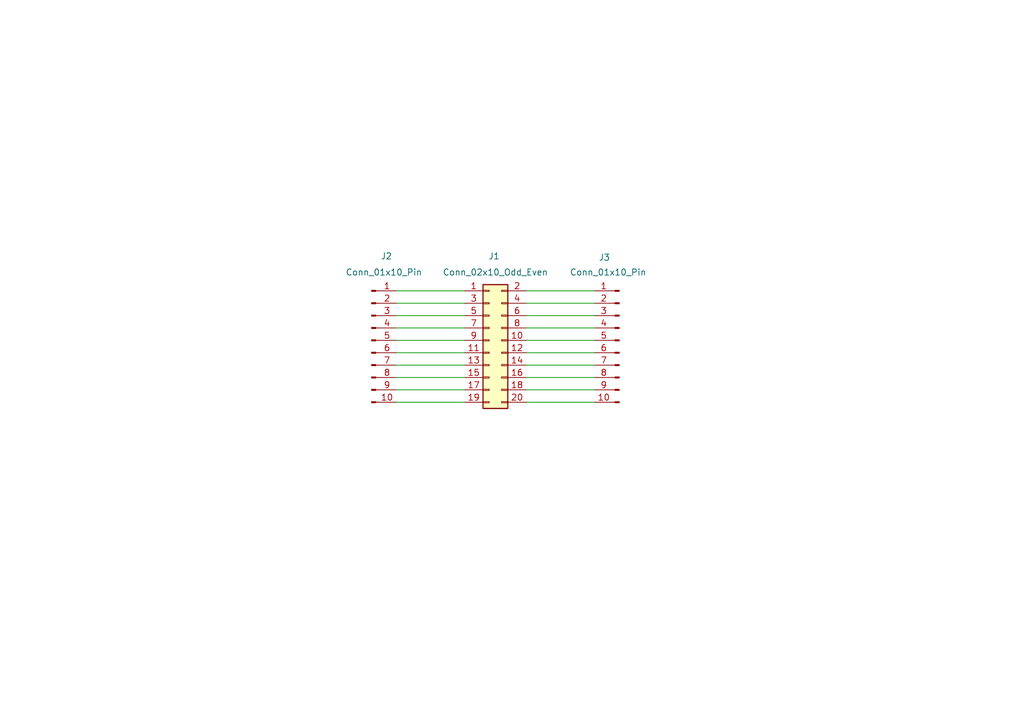
<source format=kicad_sch>
(kicad_sch (version 20250114) (generator "eeschema") (generator_version "9.0")
  (paper "A5")
  (title_block (title "20-pin 1.27mm pitch header to 2.54mm pitch") (date "2025-12-12") (rev "1.0") (company "OÜ MAKEPROGRESS"))
  (lib_symbols
    (symbol "Connector:Conn_01x10_Pin" (pin_names (offset 1.016) (hide yes))
      (property "Reference" "J" (at 0 12.7 0))
      (property "Value" "Conn_01x10_Pin" (at 0 -15.24 0))
      (symbol "Conn_01x10_Pin_1_1"
        (rectangle (start 0.8636 10.287) (end 0 10.033) (stroke (width 0.1524)) (fill (type outline)))
        (rectangle (start 0.8636 7.747) (end 0 7.493) (stroke (width 0.1524)) (fill (type outline)))
        (rectangle (start 0.8636 5.207) (end 0 4.953) (stroke (width 0.1524)) (fill (type outline)))
        (rectangle (start 0.8636 2.667) (end 0 2.413) (stroke (width 0.1524)) (fill (type outline)))
        (rectangle (start 0.8636 0.127) (end 0 -0.127) (stroke (width 0.1524)) (fill (type outline)))
        (rectangle (start 0.8636 -2.413) (end 0 -2.667) (stroke (width 0.1524)) (fill (type outline)))
        (rectangle (start 0.8636 -4.953) (end 0 -5.207) (stroke (width 0.1524)) (fill (type outline)))
        (rectangle (start 0.8636 -7.493) (end 0 -7.747) (stroke (width 0.1524)) (fill (type outline)))
        (rectangle (start 0.8636 -10.033) (end 0 -10.287) (stroke (width 0.1524)) (fill (type outline)))
        (rectangle (start 0.8636 -12.573) (end 0 -12.827) (stroke (width 0.1524)) (fill (type outline)))
        (polyline (pts (xy 1.27 10.16) (xy 0.8636 10.16)) (stroke (width 0.1524)))
        (polyline (pts (xy 1.27 7.62) (xy 0.8636 7.62)) (stroke (width 0.1524)))
        (polyline (pts (xy 1.27 5.08) (xy 0.8636 5.08)) (stroke (width 0.1524)))
        (polyline (pts (xy 1.27 2.54) (xy 0.8636 2.54)) (stroke (width 0.1524)))
        (polyline (pts (xy 1.27 0) (xy 0.8636 0)) (stroke (width 0.1524)))
        (polyline (pts (xy 1.27 -2.54) (xy 0.8636 -2.54)) (stroke (width 0.1524)))
        (polyline (pts (xy 1.27 -5.08) (xy 0.8636 -5.08)) (stroke (width 0.1524)))
        (polyline (pts (xy 1.27 -7.62) (xy 0.8636 -7.62)) (stroke (width 0.1524)))
        (polyline (pts (xy 1.27 -10.16) (xy 0.8636 -10.16)) (stroke (width 0.1524)))
        (polyline (pts (xy 1.27 -12.7) (xy 0.8636 -12.7)) (stroke (width 0.1524)))
        (pin passive line (at 5.08 10.16 180) (length 3.81) (name "Pin_1") (number "1"))
        (pin passive line (at 5.08 7.62 180) (length 3.81) (name "Pin_2") (number "2"))
        (pin passive line (at 5.08 5.08 180) (length 3.81) (name "Pin_3") (number "3"))
        (pin passive line (at 5.08 2.54 180) (length 3.81) (name "Pin_4") (number "4"))
        (pin passive line (at 5.08 0 180) (length 3.81) (name "Pin_5") (number "5"))
        (pin passive line (at 5.08 -2.54 180) (length 3.81) (name "Pin_6") (number "6"))
        (pin passive line (at 5.08 -5.08 180) (length 3.81) (name "Pin_7") (number "7"))
        (pin passive line (at 5.08 -7.62 180) (length 3.81) (name "Pin_8") (number "8"))
        (pin passive line (at 5.08 -10.16 180) (length 3.81) (name "Pin_9") (number "9"))
        (pin passive line (at 5.08 -12.7 180) (length 3.81) (name "Pin_10") (number "10"))
      )
    )
    (symbol "Connector_Generic:Conn_02x10_Odd_Even" (pin_names (offset 1.016) (hide yes))
      (property "Reference" "J" (at 1.27 12.7 0))
      (property "Value" "Conn_02x10_Odd_Even" (at 1.27 -15.24 0))
      (symbol "Conn_02x10_Odd_Even_1_1"
        (rectangle (start -1.27 11.43) (end 3.81 -13.97) (stroke (width 0.254)) (fill (type background)))
        (rectangle (start -1.27 10.287) (end 0 10.033) (stroke (width 0.1524)))
        (rectangle (start -1.27 7.747) (end 0 7.493) (stroke (width 0.1524)))
        (rectangle (start -1.27 5.207) (end 0 4.953) (stroke (width 0.1524)))
        (rectangle (start -1.27 2.667) (end 0 2.413) (stroke (width 0.1524)))
        (rectangle (start -1.27 0.127) (end 0 -0.127) (stroke (width 0.1524)))
        (rectangle (start -1.27 -2.413) (end 0 -2.667) (stroke (width 0.1524)))
        (rectangle (start -1.27 -4.953) (end 0 -5.207) (stroke (width 0.1524)))
        (rectangle (start -1.27 -7.493) (end 0 -7.747) (stroke (width 0.1524)))
        (rectangle (start -1.27 -10.033) (end 0 -10.287) (stroke (width 0.1524)))
        (rectangle (start -1.27 -12.573) (end 0 -12.827) (stroke (width 0.1524)))
        (rectangle (start 3.81 10.287) (end 2.54 10.033) (stroke (width 0.1524)))
        (rectangle (start 3.81 7.747) (end 2.54 7.493) (stroke (width 0.1524)))
        (rectangle (start 3.81 5.207) (end 2.54 4.953) (stroke (width 0.1524)))
        (rectangle (start 3.81 2.667) (end 2.54 2.413) (stroke (width 0.1524)))
        (rectangle (start 3.81 0.127) (end 2.54 -0.127) (stroke (width 0.1524)))
        (rectangle (start 3.81 -2.413) (end 2.54 -2.667) (stroke (width 0.1524)))
        (rectangle (start 3.81 -4.953) (end 2.54 -5.207) (stroke (width 0.1524)))
        (rectangle (start 3.81 -7.493) (end 2.54 -7.747) (stroke (width 0.1524)))
        (rectangle (start 3.81 -10.033) (end 2.54 -10.287) (stroke (width 0.1524)))
        (rectangle (start 3.81 -12.573) (end 2.54 -12.827) (stroke (width 0.1524)))
        (pin passive line (at -5.08 10.16 0) (length 3.81) (name "Pin_1") (number "1"))
        (pin passive line (at -5.08 7.62 0) (length 3.81) (name "Pin_3") (number "3"))
        (pin passive line (at -5.08 5.08 0) (length 3.81) (name "Pin_5") (number "5"))
        (pin passive line (at -5.08 2.54 0) (length 3.81) (name "Pin_7") (number "7"))
        (pin passive line (at -5.08 0 0) (length 3.81) (name "Pin_9") (number "9"))
        (pin passive line (at -5.08 -2.54 0) (length 3.81) (name "Pin_11") (number "11"))
        (pin passive line (at -5.08 -5.08 0) (length 3.81) (name "Pin_13") (number "13"))
        (pin passive line (at -5.08 -7.62 0) (length 3.81) (name "Pin_15") (number "15"))
        (pin passive line (at -5.08 -10.16 0) (length 3.81) (name "Pin_17") (number "17"))
        (pin passive line (at -5.08 -12.7 0) (length 3.81) (name "Pin_19") (number "19"))
        (pin passive line (at 7.62 10.16 180) (length 3.81) (name "Pin_2") (number "2"))
        (pin passive line (at 7.62 7.62 180) (length 3.81) (name "Pin_4") (number "4"))
        (pin passive line (at 7.62 5.08 180) (length 3.81) (name "Pin_6") (number "6"))
        (pin passive line (at 7.62 2.54 180) (length 3.81) (name "Pin_8") (number "8"))
        (pin passive line (at 7.62 0 180) (length 3.81) (name "Pin_10") (number "10"))
        (pin passive line (at 7.62 -2.54 180) (length 3.81) (name "Pin_12") (number "12"))
        (pin passive line (at 7.62 -5.08 180) (length 3.81) (name "Pin_14") (number "14"))
        (pin passive line (at 7.62 -7.62 180) (length 3.81) (name "Pin_16") (number "16"))
        (pin passive line (at 7.62 -10.16 180) (length 3.81) (name "Pin_18") (number "18"))
        (pin passive line (at 7.62 -12.7 180) (length 3.81) (name "Pin_20") (number "20"))
      )
    )
  )
  (wire (pts (xy 107.95 74.93) (xy 121.92 74.93)))
  (wire (pts (xy 107.95 64.77) (xy 121.92 64.77)))
  (wire (pts (xy 107.95 69.85) (xy 121.92 69.85)))
  (wire (pts (xy 81.28 74.93) (xy 95.25 74.93)))
  (wire (pts (xy 107.95 82.55) (xy 121.92 82.55)))
  (wire (pts (xy 107.95 77.47) (xy 121.92 77.47)))
  (wire (pts (xy 81.28 80.01) (xy 95.25 80.01)))
  (wire (pts (xy 81.28 67.31) (xy 95.25 67.31)))
  (wire (pts (xy 81.28 59.69) (xy 95.25 59.69)))
  (wire (pts (xy 107.95 67.31) (xy 121.92 67.31)))
  (wire (pts (xy 107.95 62.23) (xy 121.92 62.23)))
  (wire (pts (xy 81.28 77.47) (xy 95.25 77.47)))
  (wire (pts (xy 107.95 80.01) (xy 121.92 80.01)))
  (wire (pts (xy 107.95 59.69) (xy 121.92 59.69)))
  (wire (pts (xy 81.28 64.77) (xy 95.25 64.77)))
  (wire (pts (xy 81.28 62.23) (xy 95.25 62.23)))
  (wire (pts (xy 81.28 72.39) (xy 95.25 72.39)))
  (wire (pts (xy 81.28 69.85) (xy 95.25 69.85)))
  (wire (pts (xy 107.95 72.39) (xy 121.92 72.39)))
  (wire (pts (xy 81.28 82.55) (xy 95.25 82.55)))
  (symbol (lib_id "Connector:Conn_01x10_Pin") (at 127 69.85 0) (mirror y) (unit 1)
    (property "Reference" "J3" (at 123.952 52.832 0))
    (property "Value" "Conn_01x10_Pin" (at 124.714 55.88 0))
    (property "Footprint" "Connector_PinHeader_2.54mm:PinHeader_1x10_P2.54mm_Vertical" (effects (hide yes)))
    (property "Description" "Generic connector, single row, 01x10, script generated" (effects (hide yes)))
  )
  (symbol (lib_id "Connector:Conn_01x10_Pin") (at 76.2 69.85 0) (unit 1)
    (property "Reference" "J2" (at 79.248 52.578 0))
    (property "Value" "Conn_01x10_Pin" (at 78.74 55.88 0))
    (property "Footprint" "Connector_PinHeader_2.54mm:PinHeader_1x10_P2.54mm_Vertical" (effects (hide yes)))
    (property "Description" "Generic connector, single row, 01x10, script generated" (effects (hide yes)))
  )
  (symbol (lib_id "Connector_Generic:Conn_02x10_Odd_Even") (at 100.33 69.85 0) (unit 1)
    (property "Reference" "J1" (at 101.346 52.578 0))
    (property "Value" "Conn_02x10_Odd_Even" (at 101.6 55.88 0))
    (property "Footprint" "Connector_PinHeader_1.27mm:PinHeader_2x10_P1.27mm_Vertical" (effects (hide yes)))
    (property "Description" "Generic connector, double row, 02x10, odd/even pin numbering scheme (row 1 odd numbers, row 2 even numbers), script generated (kicad-library-utils/schlib/autogen/connector/)" (effects (hide yes)))
  )
)
</source>
